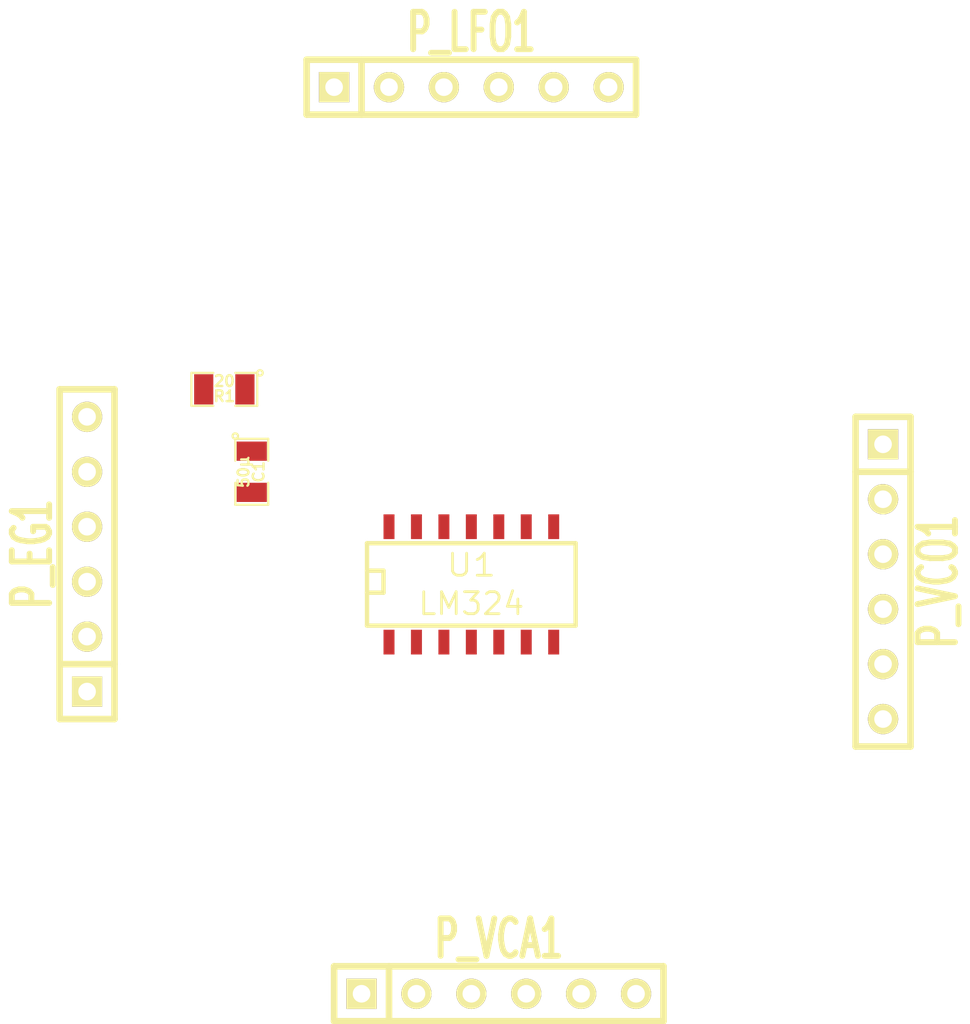
<source format=kicad_pcb>
(kicad_pcb (version 3) (host pcbnew "(22-Jun-2014 BZR 4027)-stable")

  (general
    (links 8)
    (no_connects 8)
    (area 92.70873 35.55873 137.16127 82.956401)
    (thickness 1.6)
    (drawings 0)
    (tracks 0)
    (zones 0)
    (modules 7)
    (nets 8)
  )

  (page A3)
  (layers
    (15 F.Cu signal)
    (0 B.Cu signal)
    (16 B.Adhes user)
    (17 F.Adhes user)
    (18 B.Paste user)
    (19 F.Paste user)
    (20 B.SilkS user)
    (21 F.SilkS user)
    (22 B.Mask user)
    (23 F.Mask user)
    (24 Dwgs.User user)
    (25 Cmts.User user)
    (26 Eco1.User user)
    (27 Eco2.User user)
    (28 Edge.Cuts user)
  )

  (setup
    (last_trace_width 0.254)
    (trace_clearance 0.254)
    (zone_clearance 0.508)
    (zone_45_only no)
    (trace_min 0.254)
    (segment_width 0.2)
    (edge_width 0.1)
    (via_size 0.889)
    (via_drill 0.635)
    (via_min_size 0.889)
    (via_min_drill 0.508)
    (uvia_size 0.508)
    (uvia_drill 0.127)
    (uvias_allowed no)
    (uvia_min_size 0.508)
    (uvia_min_drill 0.127)
    (pcb_text_width 0.3)
    (pcb_text_size 1.5 1.5)
    (mod_edge_width 0.15)
    (mod_text_size 1 1)
    (mod_text_width 0.15)
    (pad_size 1.5 1.5)
    (pad_drill 0.6)
    (pad_to_mask_clearance 0)
    (aux_axis_origin 0 0)
    (visible_elements FFFFFFBF)
    (pcbplotparams
      (layerselection 3178497)
      (usegerberextensions true)
      (excludeedgelayer true)
      (linewidth 0.150000)
      (plotframeref false)
      (viasonmask false)
      (mode 1)
      (useauxorigin false)
      (hpglpennumber 1)
      (hpglpenspeed 20)
      (hpglpendiameter 15)
      (hpglpenoverlay 2)
      (psnegative false)
      (psa4output false)
      (plotreference true)
      (plotvalue true)
      (plotothertext true)
      (plotinvisibletext false)
      (padsonsilk false)
      (subtractmaskfromsilk false)
      (outputformat 1)
      (mirror false)
      (drillshape 1)
      (scaleselection 1)
      (outputdirectory ""))
  )

  (net 0 "")
  (net 1 N-0000019)
  (net 2 N-000002)
  (net 3 N-0000020)
  (net 4 N-0000021)
  (net 5 N-0000027)
  (net 6 N-000004)
  (net 7 N-000007)

  (net_class Default "This is the default net class."
    (clearance 0.254)
    (trace_width 0.254)
    (via_dia 0.889)
    (via_drill 0.635)
    (uvia_dia 0.508)
    (uvia_drill 0.127)
    (add_net "")
    (add_net N-0000019)
    (add_net N-000002)
    (add_net N-0000020)
    (add_net N-0000021)
    (add_net N-0000027)
    (add_net N-000004)
    (add_net N-000007)
  )

  (module SO14E (layer F.Cu) (tedit 42806FBF) (tstamp 543A95D1)
    (at 114.3 62.23)
    (descr "module CMS SOJ 14 pins etroit")
    (tags "CMS SOJ")
    (path /543A8CC9)
    (attr smd)
    (fp_text reference U1 (at 0 -0.762) (layer F.SilkS)
      (effects (font (size 1.016 1.143) (thickness 0.127)))
    )
    (fp_text value LM324 (at 0 1.016) (layer F.SilkS)
      (effects (font (size 1.016 1.016) (thickness 0.127)))
    )
    (fp_line (start -4.826 -1.778) (end 4.826 -1.778) (layer F.SilkS) (width 0.2032))
    (fp_line (start 4.826 -1.778) (end 4.826 2.032) (layer F.SilkS) (width 0.2032))
    (fp_line (start 4.826 2.032) (end -4.826 2.032) (layer F.SilkS) (width 0.2032))
    (fp_line (start -4.826 2.032) (end -4.826 -1.778) (layer F.SilkS) (width 0.2032))
    (fp_line (start -4.826 -0.508) (end -4.064 -0.508) (layer F.SilkS) (width 0.2032))
    (fp_line (start -4.064 -0.508) (end -4.064 0.508) (layer F.SilkS) (width 0.2032))
    (fp_line (start -4.064 0.508) (end -4.826 0.508) (layer F.SilkS) (width 0.2032))
    (pad 1 smd rect (at -3.81 2.794) (size 0.508 1.143)
      (layers F.Cu F.Paste F.Mask)
      (net 4 N-0000021)
    )
    (pad 2 smd rect (at -2.54 2.794) (size 0.508 1.143)
      (layers F.Cu F.Paste F.Mask)
      (net 5 N-0000027)
    )
    (pad 3 smd rect (at -1.27 2.794) (size 0.508 1.143)
      (layers F.Cu F.Paste F.Mask)
    )
    (pad 4 smd rect (at 0 2.794) (size 0.508 1.143)
      (layers F.Cu F.Paste F.Mask)
      (net 7 N-000007)
    )
    (pad 5 smd rect (at 1.27 2.794) (size 0.508 1.143)
      (layers F.Cu F.Paste F.Mask)
    )
    (pad 6 smd rect (at 2.54 2.794) (size 0.508 1.143)
      (layers F.Cu F.Paste F.Mask)
    )
    (pad 7 smd rect (at 3.81 2.794) (size 0.508 1.143)
      (layers F.Cu F.Paste F.Mask)
    )
    (pad 8 smd rect (at 3.81 -2.54) (size 0.508 1.143)
      (layers F.Cu F.Paste F.Mask)
    )
    (pad 9 smd rect (at 2.54 -2.54) (size 0.508 1.143)
      (layers F.Cu F.Paste F.Mask)
    )
    (pad 10 smd rect (at 1.27 -2.54) (size 0.508 1.143)
      (layers F.Cu F.Paste F.Mask)
    )
    (pad 11 smd rect (at 0 -2.54) (size 0.508 1.143)
      (layers F.Cu F.Paste F.Mask)
      (net 3 N-0000020)
    )
    (pad 12 smd rect (at -1.27 -2.54) (size 0.508 1.143)
      (layers F.Cu F.Paste F.Mask)
    )
    (pad 13 smd rect (at -2.54 -2.54) (size 0.508 1.143)
      (layers F.Cu F.Paste F.Mask)
    )
    (pad 14 smd rect (at -3.81 -2.54) (size 0.508 1.143)
      (layers F.Cu F.Paste F.Mask)
      (net 6 N-000004)
    )
    (model smd/cms_so14.wrl
      (at (xyz 0 0 0))
      (scale (xyz 0.5 0.3 0.5))
      (rotate (xyz 0 0 0))
    )
  )

  (module SM0805 (layer F.Cu) (tedit 5091495C) (tstamp 543A96FD)
    (at 102.87 53.34 180)
    (path /543A9332)
    (attr smd)
    (fp_text reference R1 (at 0 -0.3175 180) (layer F.SilkS)
      (effects (font (size 0.50038 0.50038) (thickness 0.10922)))
    )
    (fp_text value 20 (at 0 0.381 180) (layer F.SilkS)
      (effects (font (size 0.50038 0.50038) (thickness 0.10922)))
    )
    (fp_circle (center -1.651 0.762) (end -1.651 0.635) (layer F.SilkS) (width 0.09906))
    (fp_line (start -0.508 0.762) (end -1.524 0.762) (layer F.SilkS) (width 0.09906))
    (fp_line (start -1.524 0.762) (end -1.524 -0.762) (layer F.SilkS) (width 0.09906))
    (fp_line (start -1.524 -0.762) (end -0.508 -0.762) (layer F.SilkS) (width 0.09906))
    (fp_line (start 0.508 -0.762) (end 1.524 -0.762) (layer F.SilkS) (width 0.09906))
    (fp_line (start 1.524 -0.762) (end 1.524 0.762) (layer F.SilkS) (width 0.09906))
    (fp_line (start 1.524 0.762) (end 0.508 0.762) (layer F.SilkS) (width 0.09906))
    (pad 1 smd rect (at -0.9525 0 180) (size 0.889 1.397)
      (layers F.Cu F.Paste F.Mask)
      (net 1 N-0000019)
    )
    (pad 2 smd rect (at 0.9525 0 180) (size 0.889 1.397)
      (layers F.Cu F.Paste F.Mask)
      (net 2 N-000002)
    )
    (model smd/chip_cms.wrl
      (at (xyz 0 0 0))
      (scale (xyz 0.1 0.1 0.1))
      (rotate (xyz 0 0 0))
    )
  )

  (module SM0805 (layer F.Cu) (tedit 5091495C) (tstamp 543A95EB)
    (at 104.14 57.15 270)
    (path /543A9341)
    (attr smd)
    (fp_text reference C1 (at 0 -0.3175 270) (layer F.SilkS)
      (effects (font (size 0.50038 0.50038) (thickness 0.10922)))
    )
    (fp_text value 50µ (at 0 0.381 270) (layer F.SilkS)
      (effects (font (size 0.50038 0.50038) (thickness 0.10922)))
    )
    (fp_circle (center -1.651 0.762) (end -1.651 0.635) (layer F.SilkS) (width 0.09906))
    (fp_line (start -0.508 0.762) (end -1.524 0.762) (layer F.SilkS) (width 0.09906))
    (fp_line (start -1.524 0.762) (end -1.524 -0.762) (layer F.SilkS) (width 0.09906))
    (fp_line (start -1.524 -0.762) (end -0.508 -0.762) (layer F.SilkS) (width 0.09906))
    (fp_line (start 0.508 -0.762) (end 1.524 -0.762) (layer F.SilkS) (width 0.09906))
    (fp_line (start 1.524 -0.762) (end 1.524 0.762) (layer F.SilkS) (width 0.09906))
    (fp_line (start 1.524 0.762) (end 0.508 0.762) (layer F.SilkS) (width 0.09906))
    (pad 1 smd rect (at -0.9525 0 270) (size 0.889 1.397)
      (layers F.Cu F.Paste F.Mask)
      (net 1 N-0000019)
    )
    (pad 2 smd rect (at 0.9525 0 270) (size 0.889 1.397)
      (layers F.Cu F.Paste F.Mask)
      (net 2 N-000002)
    )
    (model smd/chip_cms.wrl
      (at (xyz 0 0 0))
      (scale (xyz 0.1 0.1 0.1))
      (rotate (xyz 0 0 0))
    )
  )

  (module SIL-6 (layer F.Cu) (tedit 200000) (tstamp 543A95FA)
    (at 114.3 39.37)
    (descr "Connecteur 6 pins")
    (tags "CONN DEV")
    (path /543A8A5E)
    (fp_text reference P_LFO1 (at 0 -2.54) (layer F.SilkS)
      (effects (font (size 1.72974 1.08712) (thickness 0.3048)))
    )
    (fp_text value CONN_6 (at 0 -2.54) (layer F.SilkS) hide
      (effects (font (size 1.524 1.016) (thickness 0.3048)))
    )
    (fp_line (start -7.62 1.27) (end -7.62 -1.27) (layer F.SilkS) (width 0.3048))
    (fp_line (start -7.62 -1.27) (end 7.62 -1.27) (layer F.SilkS) (width 0.3048))
    (fp_line (start 7.62 -1.27) (end 7.62 1.27) (layer F.SilkS) (width 0.3048))
    (fp_line (start 7.62 1.27) (end -7.62 1.27) (layer F.SilkS) (width 0.3048))
    (fp_line (start -5.08 1.27) (end -5.08 -1.27) (layer F.SilkS) (width 0.3048))
    (pad 1 thru_hole rect (at -6.35 0) (size 1.397 1.397) (drill 0.8128)
      (layers *.Cu *.Mask F.SilkS)
      (net 4 N-0000021)
    )
    (pad 2 thru_hole circle (at -3.81 0) (size 1.397 1.397) (drill 0.8128)
      (layers *.Cu *.Mask F.SilkS)
      (net 3 N-0000020)
    )
    (pad 3 thru_hole circle (at -1.27 0) (size 1.397 1.397) (drill 0.8128)
      (layers *.Cu *.Mask F.SilkS)
      (net 5 N-0000027)
    )
    (pad 4 thru_hole circle (at 1.27 0) (size 1.397 1.397) (drill 0.8128)
      (layers *.Cu *.Mask F.SilkS)
    )
    (pad 5 thru_hole circle (at 3.81 0) (size 1.397 1.397) (drill 0.8128)
      (layers *.Cu *.Mask F.SilkS)
    )
    (pad 6 thru_hole circle (at 6.35 0) (size 1.397 1.397) (drill 0.8128)
      (layers *.Cu *.Mask F.SilkS)
    )
  )

  (module SIL-6 (layer F.Cu) (tedit 200000) (tstamp 543A9609)
    (at 133.35 62.23 270)
    (descr "Connecteur 6 pins")
    (tags "CONN DEV")
    (path /543A9299)
    (fp_text reference P_VCO1 (at 0 -2.54 270) (layer F.SilkS)
      (effects (font (size 1.72974 1.08712) (thickness 0.3048)))
    )
    (fp_text value CONN_6 (at 0 -2.54 270) (layer F.SilkS) hide
      (effects (font (size 1.524 1.016) (thickness 0.3048)))
    )
    (fp_line (start -7.62 1.27) (end -7.62 -1.27) (layer F.SilkS) (width 0.3048))
    (fp_line (start -7.62 -1.27) (end 7.62 -1.27) (layer F.SilkS) (width 0.3048))
    (fp_line (start 7.62 -1.27) (end 7.62 1.27) (layer F.SilkS) (width 0.3048))
    (fp_line (start 7.62 1.27) (end -7.62 1.27) (layer F.SilkS) (width 0.3048))
    (fp_line (start -5.08 1.27) (end -5.08 -1.27) (layer F.SilkS) (width 0.3048))
    (pad 1 thru_hole rect (at -6.35 0 270) (size 1.397 1.397) (drill 0.8128)
      (layers *.Cu *.Mask F.SilkS)
    )
    (pad 2 thru_hole circle (at -3.81 0 270) (size 1.397 1.397) (drill 0.8128)
      (layers *.Cu *.Mask F.SilkS)
    )
    (pad 3 thru_hole circle (at -1.27 0 270) (size 1.397 1.397) (drill 0.8128)
      (layers *.Cu *.Mask F.SilkS)
    )
    (pad 4 thru_hole circle (at 1.27 0 270) (size 1.397 1.397) (drill 0.8128)
      (layers *.Cu *.Mask F.SilkS)
    )
    (pad 5 thru_hole circle (at 3.81 0 270) (size 1.397 1.397) (drill 0.8128)
      (layers *.Cu *.Mask F.SilkS)
    )
    (pad 6 thru_hole circle (at 6.35 0 270) (size 1.397 1.397) (drill 0.8128)
      (layers *.Cu *.Mask F.SilkS)
    )
  )

  (module SIL-6 (layer F.Cu) (tedit 200000) (tstamp 543A9618)
    (at 115.57 81.28)
    (descr "Connecteur 6 pins")
    (tags "CONN DEV")
    (path /543A92A8)
    (fp_text reference P_VCA1 (at 0 -2.54) (layer F.SilkS)
      (effects (font (size 1.72974 1.08712) (thickness 0.3048)))
    )
    (fp_text value CONN_6 (at 0 -2.54) (layer F.SilkS) hide
      (effects (font (size 1.524 1.016) (thickness 0.3048)))
    )
    (fp_line (start -7.62 1.27) (end -7.62 -1.27) (layer F.SilkS) (width 0.3048))
    (fp_line (start -7.62 -1.27) (end 7.62 -1.27) (layer F.SilkS) (width 0.3048))
    (fp_line (start 7.62 -1.27) (end 7.62 1.27) (layer F.SilkS) (width 0.3048))
    (fp_line (start 7.62 1.27) (end -7.62 1.27) (layer F.SilkS) (width 0.3048))
    (fp_line (start -5.08 1.27) (end -5.08 -1.27) (layer F.SilkS) (width 0.3048))
    (pad 1 thru_hole rect (at -6.35 0) (size 1.397 1.397) (drill 0.8128)
      (layers *.Cu *.Mask F.SilkS)
    )
    (pad 2 thru_hole circle (at -3.81 0) (size 1.397 1.397) (drill 0.8128)
      (layers *.Cu *.Mask F.SilkS)
    )
    (pad 3 thru_hole circle (at -1.27 0) (size 1.397 1.397) (drill 0.8128)
      (layers *.Cu *.Mask F.SilkS)
    )
    (pad 4 thru_hole circle (at 1.27 0) (size 1.397 1.397) (drill 0.8128)
      (layers *.Cu *.Mask F.SilkS)
    )
    (pad 5 thru_hole circle (at 3.81 0) (size 1.397 1.397) (drill 0.8128)
      (layers *.Cu *.Mask F.SilkS)
    )
    (pad 6 thru_hole circle (at 6.35 0) (size 1.397 1.397) (drill 0.8128)
      (layers *.Cu *.Mask F.SilkS)
    )
  )

  (module SIL-6 (layer F.Cu) (tedit 200000) (tstamp 543A9627)
    (at 96.52 60.96 90)
    (descr "Connecteur 6 pins")
    (tags "CONN DEV")
    (path /543A92B7)
    (fp_text reference P_EG1 (at 0 -2.54 90) (layer F.SilkS)
      (effects (font (size 1.72974 1.08712) (thickness 0.3048)))
    )
    (fp_text value CONN_6 (at 0 -2.54 90) (layer F.SilkS) hide
      (effects (font (size 1.524 1.016) (thickness 0.3048)))
    )
    (fp_line (start -7.62 1.27) (end -7.62 -1.27) (layer F.SilkS) (width 0.3048))
    (fp_line (start -7.62 -1.27) (end 7.62 -1.27) (layer F.SilkS) (width 0.3048))
    (fp_line (start 7.62 -1.27) (end 7.62 1.27) (layer F.SilkS) (width 0.3048))
    (fp_line (start 7.62 1.27) (end -7.62 1.27) (layer F.SilkS) (width 0.3048))
    (fp_line (start -5.08 1.27) (end -5.08 -1.27) (layer F.SilkS) (width 0.3048))
    (pad 1 thru_hole rect (at -6.35 0 90) (size 1.397 1.397) (drill 0.8128)
      (layers *.Cu *.Mask F.SilkS)
      (net 7 N-000007)
    )
    (pad 2 thru_hole circle (at -3.81 0 90) (size 1.397 1.397) (drill 0.8128)
      (layers *.Cu *.Mask F.SilkS)
    )
    (pad 3 thru_hole circle (at -1.27 0 90) (size 1.397 1.397) (drill 0.8128)
      (layers *.Cu *.Mask F.SilkS)
    )
    (pad 4 thru_hole circle (at 1.27 0 90) (size 1.397 1.397) (drill 0.8128)
      (layers *.Cu *.Mask F.SilkS)
      (net 6 N-000004)
    )
    (pad 5 thru_hole circle (at 3.81 0 90) (size 1.397 1.397) (drill 0.8128)
      (layers *.Cu *.Mask F.SilkS)
    )
    (pad 6 thru_hole circle (at 6.35 0 90) (size 1.397 1.397) (drill 0.8128)
      (layers *.Cu *.Mask F.SilkS)
      (net 2 N-000002)
    )
  )

)

</source>
